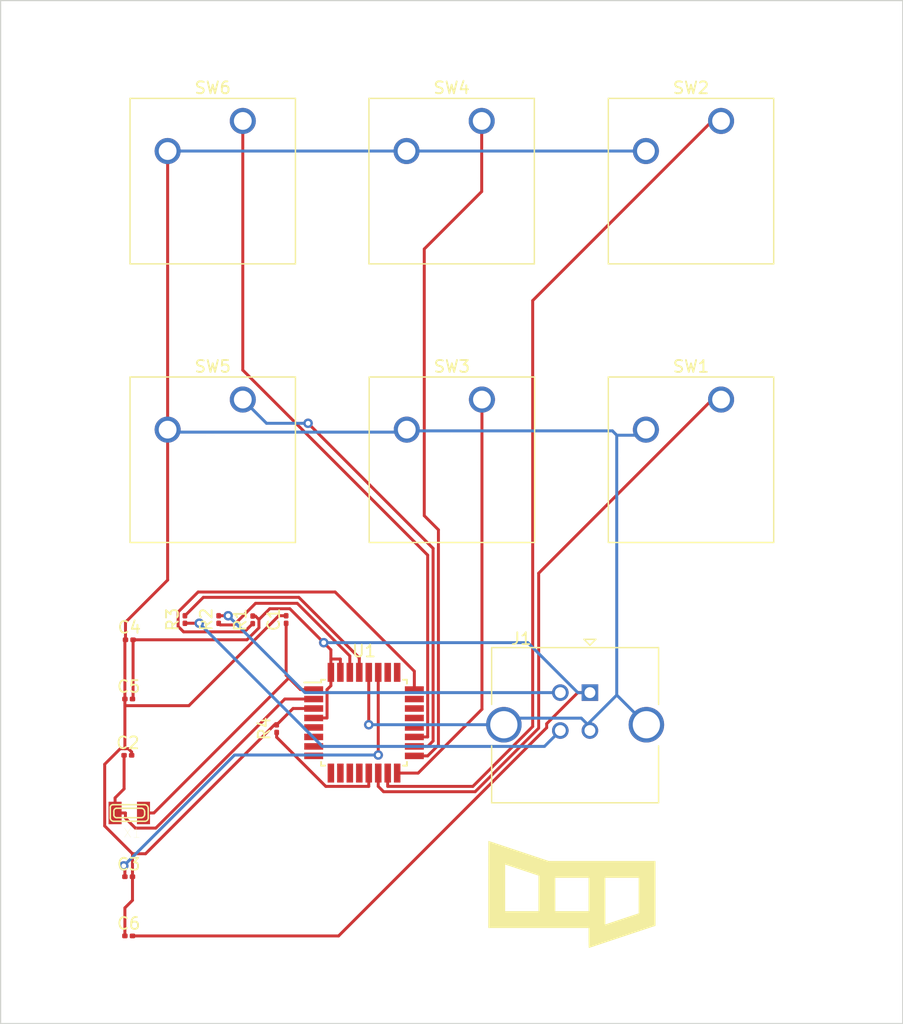
<source format=kicad_pcb>
(kicad_pcb (version 20171130) (host pcbnew 5.1.5+dfsg1-2build2)

  (general
    (thickness 1.6)
    (drawings 1)
    (tracks 166)
    (zones 0)
    (modules 20)
    (nets 32)
  )

  (page A4)
  (layers
    (0 F.Cu signal)
    (31 B.Cu signal)
    (32 B.Adhes user)
    (33 F.Adhes user)
    (34 B.Paste user)
    (35 F.Paste user)
    (36 B.SilkS user)
    (37 F.SilkS user)
    (38 B.Mask user)
    (39 F.Mask user)
    (40 Dwgs.User user)
    (41 Cmts.User user)
    (42 Eco1.User user)
    (43 Eco2.User user)
    (44 Edge.Cuts user)
    (45 Margin user)
    (46 B.CrtYd user)
    (47 F.CrtYd user)
    (48 B.Fab user)
    (49 F.Fab user)
  )

  (setup
    (last_trace_width 0.25)
    (trace_clearance 0.2)
    (zone_clearance 0.508)
    (zone_45_only no)
    (trace_min 0.2)
    (via_size 0.8)
    (via_drill 0.4)
    (via_min_size 0.4)
    (via_min_drill 0.3)
    (uvia_size 0.3)
    (uvia_drill 0.1)
    (uvias_allowed no)
    (uvia_min_size 0.2)
    (uvia_min_drill 0.1)
    (edge_width 0.05)
    (segment_width 0.2)
    (pcb_text_width 0.3)
    (pcb_text_size 1.5 1.5)
    (mod_edge_width 0.12)
    (mod_text_size 1 1)
    (mod_text_width 0.15)
    (pad_size 1.524 1.524)
    (pad_drill 0.762)
    (pad_to_mask_clearance 0.051)
    (solder_mask_min_width 0.25)
    (aux_axis_origin 0 0)
    (visible_elements FFFFFF7F)
    (pcbplotparams
      (layerselection 0x010fc_ffffffff)
      (usegerberextensions false)
      (usegerberattributes false)
      (usegerberadvancedattributes false)
      (creategerberjobfile false)
      (excludeedgelayer true)
      (linewidth 0.100000)
      (plotframeref false)
      (viasonmask false)
      (mode 1)
      (useauxorigin false)
      (hpglpennumber 1)
      (hpglpenspeed 20)
      (hpglpendiameter 15.000000)
      (psnegative false)
      (psa4output false)
      (plotreference true)
      (plotvalue true)
      (plotinvisibletext false)
      (padsonsilk false)
      (subtractmaskfromsilk false)
      (outputformat 1)
      (mirror false)
      (drillshape 1)
      (scaleselection 1)
      (outputdirectory ""))
  )

  (net 0 "")
  (net 1 "Net-(C1-Pad1)")
  (net 2 GND)
  (net 3 "Net-(C2-Pad1)")
  (net 4 "Net-(C3-Pad1)")
  (net 5 VCC)
  (net 6 "Net-(J1-Pad3)")
  (net 7 "Net-(J1-Pad2)")
  (net 8 "Net-(R1-Pad1)")
  (net 9 "Net-(R2-Pad1)")
  (net 10 "Net-(R3-Pad2)")
  (net 11 "Net-(R4-Pad1)")
  (net 12 "Net-(SW2-Pad1)")
  (net 13 "Net-(SW3-Pad1)")
  (net 14 "Net-(SW4-Pad1)")
  (net 15 "Net-(SW5-Pad1)")
  (net 16 "Net-(SW6-Pad1)")
  (net 17 "Net-(SW7-Pad1)")
  (net 18 "Net-(U1-Pad5)")
  (net 19 "Net-(U1-Pad6)")
  (net 20 "Net-(U1-Pad7)")
  (net 21 "Net-(U1-Pad8)")
  (net 22 "Net-(U1-Pad9)")
  (net 23 "Net-(U1-Pad10)")
  (net 24 "Net-(U1-Pad11)")
  (net 25 "Net-(U1-Pad12)")
  (net 26 "Net-(U1-Pad20)")
  (net 27 "Net-(U1-Pad21)")
  (net 28 "Net-(U1-Pad22)")
  (net 29 "Net-(U1-Pad23)")
  (net 30 "Net-(U1-Pad25)")
  (net 31 "Net-(U1-Pad26)")

  (net_class Default "This is the default net class."
    (clearance 0.2)
    (trace_width 0.25)
    (via_dia 0.8)
    (via_drill 0.4)
    (uvia_dia 0.3)
    (uvia_drill 0.1)
    (add_net GND)
    (add_net "Net-(C1-Pad1)")
    (add_net "Net-(C2-Pad1)")
    (add_net "Net-(C3-Pad1)")
    (add_net "Net-(J1-Pad2)")
    (add_net "Net-(J1-Pad3)")
    (add_net "Net-(R1-Pad1)")
    (add_net "Net-(R2-Pad1)")
    (add_net "Net-(R3-Pad2)")
    (add_net "Net-(R4-Pad1)")
    (add_net "Net-(SW2-Pad1)")
    (add_net "Net-(SW3-Pad1)")
    (add_net "Net-(SW4-Pad1)")
    (add_net "Net-(SW5-Pad1)")
    (add_net "Net-(SW6-Pad1)")
    (add_net "Net-(SW7-Pad1)")
    (add_net "Net-(U1-Pad10)")
    (add_net "Net-(U1-Pad11)")
    (add_net "Net-(U1-Pad12)")
    (add_net "Net-(U1-Pad20)")
    (add_net "Net-(U1-Pad21)")
    (add_net "Net-(U1-Pad22)")
    (add_net "Net-(U1-Pad23)")
    (add_net "Net-(U1-Pad25)")
    (add_net "Net-(U1-Pad26)")
    (add_net "Net-(U1-Pad5)")
    (add_net "Net-(U1-Pad6)")
    (add_net "Net-(U1-Pad7)")
    (add_net "Net-(U1-Pad8)")
    (add_net "Net-(U1-Pad9)")
    (add_net VCC)
  )

  (module logo:logo (layer F.Cu) (tedit 0) (tstamp 5EB9CFEA)
    (at 149.86 141.5)
    (fp_text reference G*** (at 0 0) (layer F.SilkS) hide
      (effects (font (size 1.524 1.524) (thickness 0.3)))
    )
    (fp_text value LOGO (at 0.75 0) (layer F.SilkS) hide
      (effects (font (size 1.524 1.524) (thickness 0.3)))
    )
    (fp_poly (pts (xy -7.021113 -4.506829) (xy -6.944052 -4.481469) (xy -6.820835 -4.440704) (xy -6.655157 -4.385761)
      (xy -6.450711 -4.317868) (xy -6.211191 -4.238253) (xy -5.940292 -4.148145) (xy -5.641707 -4.048771)
      (xy -5.31913 -3.94136) (xy -4.976255 -3.827139) (xy -4.616777 -3.707336) (xy -4.501444 -3.668889)
      (xy -1.961797 -2.822222) (xy 7.055556 -2.822222) (xy 7.055556 2.638993) (xy 4.268611 3.567293)
      (xy 3.886351 3.694631) (xy 3.51892 3.817053) (xy 3.169889 3.933366) (xy 2.842834 4.042379)
      (xy 2.541327 4.1429) (xy 2.268942 4.233737) (xy 2.029252 4.313698) (xy 1.82583 4.381592)
      (xy 1.662251 4.436226) (xy 1.542088 4.476408) (xy 1.468913 4.500947) (xy 1.446389 4.508594)
      (xy 1.435981 4.501122) (xy 1.4277 4.467001) (xy 1.421345 4.401435) (xy 1.416712 4.299624)
      (xy 1.413601 4.156772) (xy 1.411808 3.96808) (xy 1.41113 3.728751) (xy 1.411111 3.671908)
      (xy 1.411111 2.822222) (xy -7.055555 2.822222) (xy -7.055555 1.411111) (xy -5.644444 1.411111)
      (xy -2.822222 1.411111) (xy -2.822222 -1.411111) (xy -1.411111 -1.411111) (xy -1.411111 1.411111)
      (xy 1.411111 1.411111) (xy 1.411111 -1.411111) (xy 2.822222 -1.411111) (xy 2.822222 2.535228)
      (xy 4.233333 2.065067) (xy 5.644445 1.594907) (xy 5.644445 -1.411111) (xy 2.822222 -1.411111)
      (xy 1.411111 -1.411111) (xy -1.411111 -1.411111) (xy -2.822222 -1.411111) (xy -2.822222 -1.594906)
      (xy -5.644444 -2.535228) (xy -5.644444 1.411111) (xy -7.055555 1.411111) (xy -7.055555 -0.846667)
      (xy -7.055501 -1.296805) (xy -7.055342 -1.731085) (xy -7.055084 -2.146195) (xy -7.054735 -2.53882)
      (xy -7.054301 -2.905646) (xy -7.053788 -3.24336) (xy -7.053203 -3.548647) (xy -7.052553 -3.818193)
      (xy -7.051843 -4.048685) (xy -7.051081 -4.236809) (xy -7.050273 -4.379251) (xy -7.049426 -4.472697)
      (xy -7.048546 -4.513833) (xy -7.048324 -4.515555) (xy -7.021113 -4.506829)) (layer F.SilkS) (width 0.01))
  )

  (module Capacitor_SMD:C_0201_0603Metric (layer F.Cu) (tedit 5B301BBE) (tstamp 5EB9A9C0)
    (at 125.72 118.29 90)
    (descr "Capacitor SMD 0201 (0603 Metric), square (rectangular) end terminal, IPC_7351 nominal, (Body size source: https://www.vishay.com/docs/20052/crcw0201e3.pdf), generated with kicad-footprint-generator")
    (tags capacitor)
    (path /5EBA0247)
    (attr smd)
    (fp_text reference C1 (at 0 -1.05 90) (layer F.SilkS)
      (effects (font (size 1 1) (thickness 0.15)))
    )
    (fp_text value C (at 0 1.05 90) (layer F.Fab)
      (effects (font (size 1 1) (thickness 0.15)))
    )
    (fp_line (start -0.3 0.15) (end -0.3 -0.15) (layer F.Fab) (width 0.1))
    (fp_line (start -0.3 -0.15) (end 0.3 -0.15) (layer F.Fab) (width 0.1))
    (fp_line (start 0.3 -0.15) (end 0.3 0.15) (layer F.Fab) (width 0.1))
    (fp_line (start 0.3 0.15) (end -0.3 0.15) (layer F.Fab) (width 0.1))
    (fp_line (start -0.7 0.35) (end -0.7 -0.35) (layer F.CrtYd) (width 0.05))
    (fp_line (start -0.7 -0.35) (end 0.7 -0.35) (layer F.CrtYd) (width 0.05))
    (fp_line (start 0.7 -0.35) (end 0.7 0.35) (layer F.CrtYd) (width 0.05))
    (fp_line (start 0.7 0.35) (end -0.7 0.35) (layer F.CrtYd) (width 0.05))
    (fp_text user %R (at 0 -0.68 90) (layer F.Fab)
      (effects (font (size 0.25 0.25) (thickness 0.04)))
    )
    (pad "" smd roundrect (at -0.345 0 90) (size 0.318 0.36) (layers F.Paste) (roundrect_rratio 0.25))
    (pad "" smd roundrect (at 0.345 0 90) (size 0.318 0.36) (layers F.Paste) (roundrect_rratio 0.25))
    (pad 1 smd roundrect (at -0.32 0 90) (size 0.46 0.4) (layers F.Cu F.Mask) (roundrect_rratio 0.25)
      (net 1 "Net-(C1-Pad1)"))
    (pad 2 smd roundrect (at 0.32 0 90) (size 0.46 0.4) (layers F.Cu F.Mask) (roundrect_rratio 0.25)
      (net 2 GND))
    (model ${KISYS3DMOD}/Capacitor_SMD.3dshapes/C_0201_0603Metric.wrl
      (at (xyz 0 0 0))
      (scale (xyz 1 1 1))
      (rotate (xyz 0 0 0))
    )
  )

  (module Capacitor_SMD:C_0201_0603Metric (layer F.Cu) (tedit 5B301BBE) (tstamp 5EB9AB52)
    (at 112.35 129.75)
    (descr "Capacitor SMD 0201 (0603 Metric), square (rectangular) end terminal, IPC_7351 nominal, (Body size source: https://www.vishay.com/docs/20052/crcw0201e3.pdf), generated with kicad-footprint-generator")
    (tags capacitor)
    (path /5EBA8BF4)
    (attr smd)
    (fp_text reference C2 (at 0 -1.05) (layer F.SilkS)
      (effects (font (size 1 1) (thickness 0.15)))
    )
    (fp_text value C (at 0 1.05) (layer F.Fab)
      (effects (font (size 1 1) (thickness 0.15)))
    )
    (fp_text user %R (at 0 -0.68) (layer F.Fab)
      (effects (font (size 0.25 0.25) (thickness 0.04)))
    )
    (fp_line (start 0.7 0.35) (end -0.7 0.35) (layer F.CrtYd) (width 0.05))
    (fp_line (start 0.7 -0.35) (end 0.7 0.35) (layer F.CrtYd) (width 0.05))
    (fp_line (start -0.7 -0.35) (end 0.7 -0.35) (layer F.CrtYd) (width 0.05))
    (fp_line (start -0.7 0.35) (end -0.7 -0.35) (layer F.CrtYd) (width 0.05))
    (fp_line (start 0.3 0.15) (end -0.3 0.15) (layer F.Fab) (width 0.1))
    (fp_line (start 0.3 -0.15) (end 0.3 0.15) (layer F.Fab) (width 0.1))
    (fp_line (start -0.3 -0.15) (end 0.3 -0.15) (layer F.Fab) (width 0.1))
    (fp_line (start -0.3 0.15) (end -0.3 -0.15) (layer F.Fab) (width 0.1))
    (pad 2 smd roundrect (at 0.32 0) (size 0.46 0.4) (layers F.Cu F.Mask) (roundrect_rratio 0.25)
      (net 2 GND))
    (pad 1 smd roundrect (at -0.32 0) (size 0.46 0.4) (layers F.Cu F.Mask) (roundrect_rratio 0.25)
      (net 3 "Net-(C2-Pad1)"))
    (pad "" smd roundrect (at 0.345 0) (size 0.318 0.36) (layers F.Paste) (roundrect_rratio 0.25))
    (pad "" smd roundrect (at -0.345 0) (size 0.318 0.36) (layers F.Paste) (roundrect_rratio 0.25))
    (model ${KISYS3DMOD}/Capacitor_SMD.3dshapes/C_0201_0603Metric.wrl
      (at (xyz 0 0 0))
      (scale (xyz 1 1 1))
      (rotate (xyz 0 0 0))
    )
  )

  (module Capacitor_SMD:C_0201_0603Metric (layer F.Cu) (tedit 5B301BBE) (tstamp 5EB9AC73)
    (at 112.42 140)
    (descr "Capacitor SMD 0201 (0603 Metric), square (rectangular) end terminal, IPC_7351 nominal, (Body size source: https://www.vishay.com/docs/20052/crcw0201e3.pdf), generated with kicad-footprint-generator")
    (tags capacitor)
    (path /5EBEE404)
    (attr smd)
    (fp_text reference C3 (at 0 -1.05) (layer F.SilkS)
      (effects (font (size 1 1) (thickness 0.15)))
    )
    (fp_text value C (at 0 1.05) (layer F.Fab)
      (effects (font (size 1 1) (thickness 0.15)))
    )
    (fp_line (start -0.3 0.15) (end -0.3 -0.15) (layer F.Fab) (width 0.1))
    (fp_line (start -0.3 -0.15) (end 0.3 -0.15) (layer F.Fab) (width 0.1))
    (fp_line (start 0.3 -0.15) (end 0.3 0.15) (layer F.Fab) (width 0.1))
    (fp_line (start 0.3 0.15) (end -0.3 0.15) (layer F.Fab) (width 0.1))
    (fp_line (start -0.7 0.35) (end -0.7 -0.35) (layer F.CrtYd) (width 0.05))
    (fp_line (start -0.7 -0.35) (end 0.7 -0.35) (layer F.CrtYd) (width 0.05))
    (fp_line (start 0.7 -0.35) (end 0.7 0.35) (layer F.CrtYd) (width 0.05))
    (fp_line (start 0.7 0.35) (end -0.7 0.35) (layer F.CrtYd) (width 0.05))
    (fp_text user %R (at 0 -0.68) (layer F.Fab)
      (effects (font (size 0.25 0.25) (thickness 0.04)))
    )
    (pad "" smd roundrect (at -0.345 0) (size 0.318 0.36) (layers F.Paste) (roundrect_rratio 0.25))
    (pad "" smd roundrect (at 0.345 0) (size 0.318 0.36) (layers F.Paste) (roundrect_rratio 0.25))
    (pad 1 smd roundrect (at -0.32 0) (size 0.46 0.4) (layers F.Cu F.Mask) (roundrect_rratio 0.25)
      (net 4 "Net-(C3-Pad1)"))
    (pad 2 smd roundrect (at 0.32 0) (size 0.46 0.4) (layers F.Cu F.Mask) (roundrect_rratio 0.25)
      (net 2 GND))
    (model ${KISYS3DMOD}/Capacitor_SMD.3dshapes/C_0201_0603Metric.wrl
      (at (xyz 0 0 0))
      (scale (xyz 1 1 1))
      (rotate (xyz 0 0 0))
    )
  )

  (module Capacitor_SMD:C_0201_0603Metric (layer F.Cu) (tedit 5B301BBE) (tstamp 5EB9A897)
    (at 112.47 120)
    (descr "Capacitor SMD 0201 (0603 Metric), square (rectangular) end terminal, IPC_7351 nominal, (Body size source: https://www.vishay.com/docs/20052/crcw0201e3.pdf), generated with kicad-footprint-generator")
    (tags capacitor)
    (path /5EBFD6C2)
    (attr smd)
    (fp_text reference C4 (at 0 -1.05) (layer F.SilkS)
      (effects (font (size 1 1) (thickness 0.15)))
    )
    (fp_text value C (at 0 1.05) (layer F.Fab)
      (effects (font (size 1 1) (thickness 0.15)))
    )
    (fp_text user %R (at 0 -0.68) (layer F.Fab)
      (effects (font (size 0.25 0.25) (thickness 0.04)))
    )
    (fp_line (start 0.7 0.35) (end -0.7 0.35) (layer F.CrtYd) (width 0.05))
    (fp_line (start 0.7 -0.35) (end 0.7 0.35) (layer F.CrtYd) (width 0.05))
    (fp_line (start -0.7 -0.35) (end 0.7 -0.35) (layer F.CrtYd) (width 0.05))
    (fp_line (start -0.7 0.35) (end -0.7 -0.35) (layer F.CrtYd) (width 0.05))
    (fp_line (start 0.3 0.15) (end -0.3 0.15) (layer F.Fab) (width 0.1))
    (fp_line (start 0.3 -0.15) (end 0.3 0.15) (layer F.Fab) (width 0.1))
    (fp_line (start -0.3 -0.15) (end 0.3 -0.15) (layer F.Fab) (width 0.1))
    (fp_line (start -0.3 0.15) (end -0.3 -0.15) (layer F.Fab) (width 0.1))
    (pad 2 smd roundrect (at 0.32 0) (size 0.46 0.4) (layers F.Cu F.Mask) (roundrect_rratio 0.25)
      (net 5 VCC))
    (pad 1 smd roundrect (at -0.32 0) (size 0.46 0.4) (layers F.Cu F.Mask) (roundrect_rratio 0.25)
      (net 2 GND))
    (pad "" smd roundrect (at 0.345 0) (size 0.318 0.36) (layers F.Paste) (roundrect_rratio 0.25))
    (pad "" smd roundrect (at -0.345 0) (size 0.318 0.36) (layers F.Paste) (roundrect_rratio 0.25))
    (model ${KISYS3DMOD}/Capacitor_SMD.3dshapes/C_0201_0603Metric.wrl
      (at (xyz 0 0 0))
      (scale (xyz 1 1 1))
      (rotate (xyz 0 0 0))
    )
  )

  (module Capacitor_SMD:C_0201_0603Metric (layer F.Cu) (tedit 5B301BBE) (tstamp 5EB9AA20)
    (at 112.42 125)
    (descr "Capacitor SMD 0201 (0603 Metric), square (rectangular) end terminal, IPC_7351 nominal, (Body size source: https://www.vishay.com/docs/20052/crcw0201e3.pdf), generated with kicad-footprint-generator")
    (tags capacitor)
    (path /5EC005D9)
    (attr smd)
    (fp_text reference C5 (at 0 -1.05) (layer F.SilkS)
      (effects (font (size 1 1) (thickness 0.15)))
    )
    (fp_text value C (at 0 1.05) (layer F.Fab)
      (effects (font (size 1 1) (thickness 0.15)))
    )
    (fp_line (start -0.3 0.15) (end -0.3 -0.15) (layer F.Fab) (width 0.1))
    (fp_line (start -0.3 -0.15) (end 0.3 -0.15) (layer F.Fab) (width 0.1))
    (fp_line (start 0.3 -0.15) (end 0.3 0.15) (layer F.Fab) (width 0.1))
    (fp_line (start 0.3 0.15) (end -0.3 0.15) (layer F.Fab) (width 0.1))
    (fp_line (start -0.7 0.35) (end -0.7 -0.35) (layer F.CrtYd) (width 0.05))
    (fp_line (start -0.7 -0.35) (end 0.7 -0.35) (layer F.CrtYd) (width 0.05))
    (fp_line (start 0.7 -0.35) (end 0.7 0.35) (layer F.CrtYd) (width 0.05))
    (fp_line (start 0.7 0.35) (end -0.7 0.35) (layer F.CrtYd) (width 0.05))
    (fp_text user %R (at 0 -0.68) (layer F.Fab)
      (effects (font (size 0.25 0.25) (thickness 0.04)))
    )
    (pad "" smd roundrect (at -0.345 0) (size 0.318 0.36) (layers F.Paste) (roundrect_rratio 0.25))
    (pad "" smd roundrect (at 0.345 0) (size 0.318 0.36) (layers F.Paste) (roundrect_rratio 0.25))
    (pad 1 smd roundrect (at -0.32 0) (size 0.46 0.4) (layers F.Cu F.Mask) (roundrect_rratio 0.25)
      (net 2 GND))
    (pad 2 smd roundrect (at 0.32 0) (size 0.46 0.4) (layers F.Cu F.Mask) (roundrect_rratio 0.25)
      (net 5 VCC))
    (model ${KISYS3DMOD}/Capacitor_SMD.3dshapes/C_0201_0603Metric.wrl
      (at (xyz 0 0 0))
      (scale (xyz 1 1 1))
      (rotate (xyz 0 0 0))
    )
  )

  (module Capacitor_SMD:C_0201_0603Metric (layer F.Cu) (tedit 5B301BBE) (tstamp 5EB9A837)
    (at 112.42 145)
    (descr "Capacitor SMD 0201 (0603 Metric), square (rectangular) end terminal, IPC_7351 nominal, (Body size source: https://www.vishay.com/docs/20052/crcw0201e3.pdf), generated with kicad-footprint-generator")
    (tags capacitor)
    (path /5EC0071F)
    (attr smd)
    (fp_text reference C6 (at 0 -1.05) (layer F.SilkS)
      (effects (font (size 1 1) (thickness 0.15)))
    )
    (fp_text value C (at 0 1.05) (layer F.Fab)
      (effects (font (size 1 1) (thickness 0.15)))
    )
    (fp_text user %R (at 0 -0.68) (layer F.Fab)
      (effects (font (size 0.25 0.25) (thickness 0.04)))
    )
    (fp_line (start 0.7 0.35) (end -0.7 0.35) (layer F.CrtYd) (width 0.05))
    (fp_line (start 0.7 -0.35) (end 0.7 0.35) (layer F.CrtYd) (width 0.05))
    (fp_line (start -0.7 -0.35) (end 0.7 -0.35) (layer F.CrtYd) (width 0.05))
    (fp_line (start -0.7 0.35) (end -0.7 -0.35) (layer F.CrtYd) (width 0.05))
    (fp_line (start 0.3 0.15) (end -0.3 0.15) (layer F.Fab) (width 0.1))
    (fp_line (start 0.3 -0.15) (end 0.3 0.15) (layer F.Fab) (width 0.1))
    (fp_line (start -0.3 -0.15) (end 0.3 -0.15) (layer F.Fab) (width 0.1))
    (fp_line (start -0.3 0.15) (end -0.3 -0.15) (layer F.Fab) (width 0.1))
    (pad 2 smd roundrect (at 0.32 0) (size 0.46 0.4) (layers F.Cu F.Mask) (roundrect_rratio 0.25)
      (net 5 VCC))
    (pad 1 smd roundrect (at -0.32 0) (size 0.46 0.4) (layers F.Cu F.Mask) (roundrect_rratio 0.25)
      (net 2 GND))
    (pad "" smd roundrect (at 0.345 0) (size 0.318 0.36) (layers F.Paste) (roundrect_rratio 0.25))
    (pad "" smd roundrect (at -0.345 0) (size 0.318 0.36) (layers F.Paste) (roundrect_rratio 0.25))
    (model ${KISYS3DMOD}/Capacitor_SMD.3dshapes/C_0201_0603Metric.wrl
      (at (xyz 0 0 0))
      (scale (xyz 1 1 1))
      (rotate (xyz 0 0 0))
    )
  )

  (module Connector_USB:USB_B_TE_5787834_Vertical (layer F.Cu) (tedit 5A23F084) (tstamp 5EB9D653)
    (at 151.38 124.46)
    (descr http://www.mouser.com/ds/2/418/NG_CD_5787834_A4-669110.pdf)
    (tags "USB_B USB B vertical female connector")
    (path /5EB83798)
    (fp_text reference J1 (at -5.8 -4.55) (layer F.SilkS)
      (effects (font (size 1 1) (thickness 0.15)))
    )
    (fp_text value USB_B (at -1.25 10.25) (layer F.Fab)
      (effects (font (size 1 1) (thickness 0.15)))
    )
    (fp_text user %R (at -1.2 6.4) (layer F.Fab)
      (effects (font (size 1 1) (thickness 0.15)))
    )
    (fp_line (start -8.3 1) (end -8.3 -3.8) (layer F.SilkS) (width 0.12))
    (fp_line (start -8.3 9.3) (end -8.3 4.5) (layer F.SilkS) (width 0.12))
    (fp_line (start 5.8 9.3) (end -8.3 9.3) (layer F.SilkS) (width 0.12))
    (fp_line (start 5.8 4.5) (end 5.8 9.3) (layer F.SilkS) (width 0.12))
    (fp_line (start 5.8 -3.8) (end 5.8 1) (layer F.SilkS) (width 0.12))
    (fp_line (start -8.3 -3.8) (end 5.8 -3.8) (layer F.SilkS) (width 0.12))
    (fp_line (start -0.5 -4.5) (end 0 -4) (layer F.SilkS) (width 0.12))
    (fp_line (start 0.5 -4.5) (end -0.5 -4.5) (layer F.SilkS) (width 0.12))
    (fp_line (start 0 -4) (end 0.5 -4.5) (layer F.SilkS) (width 0.12))
    (fp_line (start 5 -3.75) (end 5.75 -3) (layer F.Fab) (width 0.1))
    (fp_line (start -8.25 -3.75) (end 5 -3.75) (layer F.Fab) (width 0.1))
    (fp_line (start 5.75 -3) (end 5.75 9.25) (layer F.Fab) (width 0.1))
    (fp_line (start 5.75 9.25) (end -8.25 9.25) (layer F.Fab) (width 0.1))
    (fp_line (start -8.25 9.25) (end -8.25 -3.75) (layer F.Fab) (width 0.1))
    (fp_line (start -9 -4) (end 6.5 -4) (layer F.CrtYd) (width 0.05))
    (fp_line (start -9 -4) (end -9 9.5) (layer F.CrtYd) (width 0.05))
    (fp_line (start 6.5 9.5) (end 6.5 -4) (layer F.CrtYd) (width 0.05))
    (fp_line (start 6.5 9.5) (end -9 9.5) (layer F.CrtYd) (width 0.05))
    (pad 5 thru_hole circle (at 4.77 2.71) (size 3 3) (drill 2.3) (layers *.Cu *.Mask)
      (net 2 GND))
    (pad 4 thru_hole circle (at 0 3.2) (size 1.4 1.4) (drill 0.92) (layers *.Cu *.Mask)
      (net 2 GND))
    (pad 3 thru_hole circle (at -2.5 3.2) (size 1.4 1.4) (drill 0.92) (layers *.Cu *.Mask)
      (net 6 "Net-(J1-Pad3)"))
    (pad 1 thru_hole rect (at 0 0) (size 1.4 1.4) (drill 0.92) (layers *.Cu *.Mask)
      (net 5 VCC))
    (pad 5 thru_hole circle (at -7.27 2.71) (size 3 3) (drill 2.3) (layers *.Cu *.Mask)
      (net 2 GND))
    (pad 2 thru_hole circle (at -2.5 0) (size 1.4 1.4) (drill 0.92) (layers *.Cu *.Mask)
      (net 7 "Net-(J1-Pad2)"))
    (model ${KISYS3DMOD}/Connector_USB.3dshapes/USB_B_TE_5787834_Vertical.wrl
      (at (xyz 0 0 0))
      (scale (xyz 1 1 1))
      (rotate (xyz 0 0 0))
    )
  )

  (module Resistor_SMD:R_0201_0603Metric (layer F.Cu) (tedit 5B301BBD) (tstamp 5EB98F70)
    (at 122.895 118.315 90)
    (descr "Resistor SMD 0201 (0603 Metric), square (rectangular) end terminal, IPC_7351 nominal, (Body size source: https://www.vishay.com/docs/20052/crcw0201e3.pdf), generated with kicad-footprint-generator")
    (tags resistor)
    (path /5EBDAFCC)
    (attr smd)
    (fp_text reference R1 (at 0 -1.05 90) (layer F.SilkS)
      (effects (font (size 1 1) (thickness 0.15)))
    )
    (fp_text value R (at 0 1.05 90) (layer F.Fab)
      (effects (font (size 1 1) (thickness 0.15)))
    )
    (fp_text user %R (at 0 -0.68 90) (layer F.Fab)
      (effects (font (size 0.25 0.25) (thickness 0.04)))
    )
    (fp_line (start 0.7 0.35) (end -0.7 0.35) (layer F.CrtYd) (width 0.05))
    (fp_line (start 0.7 -0.35) (end 0.7 0.35) (layer F.CrtYd) (width 0.05))
    (fp_line (start -0.7 -0.35) (end 0.7 -0.35) (layer F.CrtYd) (width 0.05))
    (fp_line (start -0.7 0.35) (end -0.7 -0.35) (layer F.CrtYd) (width 0.05))
    (fp_line (start 0.3 0.15) (end -0.3 0.15) (layer F.Fab) (width 0.1))
    (fp_line (start 0.3 -0.15) (end 0.3 0.15) (layer F.Fab) (width 0.1))
    (fp_line (start -0.3 -0.15) (end 0.3 -0.15) (layer F.Fab) (width 0.1))
    (fp_line (start -0.3 0.15) (end -0.3 -0.15) (layer F.Fab) (width 0.1))
    (pad 2 smd roundrect (at 0.32 0 90) (size 0.46 0.4) (layers F.Cu F.Mask) (roundrect_rratio 0.25)
      (net 5 VCC))
    (pad 1 smd roundrect (at -0.32 0 90) (size 0.46 0.4) (layers F.Cu F.Mask) (roundrect_rratio 0.25)
      (net 8 "Net-(R1-Pad1)"))
    (pad "" smd roundrect (at 0.345 0 90) (size 0.318 0.36) (layers F.Paste) (roundrect_rratio 0.25))
    (pad "" smd roundrect (at -0.345 0 90) (size 0.318 0.36) (layers F.Paste) (roundrect_rratio 0.25))
    (model ${KISYS3DMOD}/Resistor_SMD.3dshapes/R_0201_0603Metric.wrl
      (at (xyz 0 0 0))
      (scale (xyz 1 1 1))
      (rotate (xyz 0 0 0))
    )
  )

  (module Resistor_SMD:R_0201_0603Metric (layer F.Cu) (tedit 5B301BBD) (tstamp 5EB9A0D7)
    (at 120.02 118.29 90)
    (descr "Resistor SMD 0201 (0603 Metric), square (rectangular) end terminal, IPC_7351 nominal, (Body size source: https://www.vishay.com/docs/20052/crcw0201e3.pdf), generated with kicad-footprint-generator")
    (tags resistor)
    (path /5EBCD1A8)
    (attr smd)
    (fp_text reference R2 (at 0 -1.05 90) (layer F.SilkS)
      (effects (font (size 1 1) (thickness 0.15)))
    )
    (fp_text value R (at 0 1.05 90) (layer F.Fab)
      (effects (font (size 1 1) (thickness 0.15)))
    )
    (fp_line (start -0.3 0.15) (end -0.3 -0.15) (layer F.Fab) (width 0.1))
    (fp_line (start -0.3 -0.15) (end 0.3 -0.15) (layer F.Fab) (width 0.1))
    (fp_line (start 0.3 -0.15) (end 0.3 0.15) (layer F.Fab) (width 0.1))
    (fp_line (start 0.3 0.15) (end -0.3 0.15) (layer F.Fab) (width 0.1))
    (fp_line (start -0.7 0.35) (end -0.7 -0.35) (layer F.CrtYd) (width 0.05))
    (fp_line (start -0.7 -0.35) (end 0.7 -0.35) (layer F.CrtYd) (width 0.05))
    (fp_line (start 0.7 -0.35) (end 0.7 0.35) (layer F.CrtYd) (width 0.05))
    (fp_line (start 0.7 0.35) (end -0.7 0.35) (layer F.CrtYd) (width 0.05))
    (fp_text user %R (at 0 -0.68 90) (layer F.Fab)
      (effects (font (size 0.25 0.25) (thickness 0.04)))
    )
    (pad "" smd roundrect (at -0.345 0 90) (size 0.318 0.36) (layers F.Paste) (roundrect_rratio 0.25))
    (pad "" smd roundrect (at 0.345 0 90) (size 0.318 0.36) (layers F.Paste) (roundrect_rratio 0.25))
    (pad 1 smd roundrect (at -0.32 0 90) (size 0.46 0.4) (layers F.Cu F.Mask) (roundrect_rratio 0.25)
      (net 9 "Net-(R2-Pad1)"))
    (pad 2 smd roundrect (at 0.32 0 90) (size 0.46 0.4) (layers F.Cu F.Mask) (roundrect_rratio 0.25)
      (net 7 "Net-(J1-Pad2)"))
    (model ${KISYS3DMOD}/Resistor_SMD.3dshapes/R_0201_0603Metric.wrl
      (at (xyz 0 0 0))
      (scale (xyz 1 1 1))
      (rotate (xyz 0 0 0))
    )
  )

  (module Resistor_SMD:R_0201_0603Metric (layer F.Cu) (tedit 5B301BBD) (tstamp 5EB99E3E)
    (at 117.17 118.29 90)
    (descr "Resistor SMD 0201 (0603 Metric), square (rectangular) end terminal, IPC_7351 nominal, (Body size source: https://www.vishay.com/docs/20052/crcw0201e3.pdf), generated with kicad-footprint-generator")
    (tags resistor)
    (path /5EBC9B8C)
    (attr smd)
    (fp_text reference R3 (at 0 -1.05 90) (layer F.SilkS)
      (effects (font (size 1 1) (thickness 0.15)))
    )
    (fp_text value R (at 0 1.05 90) (layer F.Fab)
      (effects (font (size 1 1) (thickness 0.15)))
    )
    (fp_text user %R (at 0 -0.68 90) (layer F.Fab)
      (effects (font (size 0.25 0.25) (thickness 0.04)))
    )
    (fp_line (start 0.7 0.35) (end -0.7 0.35) (layer F.CrtYd) (width 0.05))
    (fp_line (start 0.7 -0.35) (end 0.7 0.35) (layer F.CrtYd) (width 0.05))
    (fp_line (start -0.7 -0.35) (end 0.7 -0.35) (layer F.CrtYd) (width 0.05))
    (fp_line (start -0.7 0.35) (end -0.7 -0.35) (layer F.CrtYd) (width 0.05))
    (fp_line (start 0.3 0.15) (end -0.3 0.15) (layer F.Fab) (width 0.1))
    (fp_line (start 0.3 -0.15) (end 0.3 0.15) (layer F.Fab) (width 0.1))
    (fp_line (start -0.3 -0.15) (end 0.3 -0.15) (layer F.Fab) (width 0.1))
    (fp_line (start -0.3 0.15) (end -0.3 -0.15) (layer F.Fab) (width 0.1))
    (pad 2 smd roundrect (at 0.32 0 90) (size 0.46 0.4) (layers F.Cu F.Mask) (roundrect_rratio 0.25)
      (net 10 "Net-(R3-Pad2)"))
    (pad 1 smd roundrect (at -0.32 0 90) (size 0.46 0.4) (layers F.Cu F.Mask) (roundrect_rratio 0.25)
      (net 6 "Net-(J1-Pad3)"))
    (pad "" smd roundrect (at 0.345 0 90) (size 0.318 0.36) (layers F.Paste) (roundrect_rratio 0.25))
    (pad "" smd roundrect (at -0.345 0 90) (size 0.318 0.36) (layers F.Paste) (roundrect_rratio 0.25))
    (model ${KISYS3DMOD}/Resistor_SMD.3dshapes/R_0201_0603Metric.wrl
      (at (xyz 0 0 0))
      (scale (xyz 1 1 1))
      (rotate (xyz 0 0 0))
    )
  )

  (module Resistor_SMD:R_0201_0603Metric (layer F.Cu) (tedit 5B301BBD) (tstamp 5EB9A768)
    (at 124.92 127.5 90)
    (descr "Resistor SMD 0201 (0603 Metric), square (rectangular) end terminal, IPC_7351 nominal, (Body size source: https://www.vishay.com/docs/20052/crcw0201e3.pdf), generated with kicad-footprint-generator")
    (tags resistor)
    (path /5EC0FD91)
    (attr smd)
    (fp_text reference R4 (at 0 -1.05 90) (layer F.SilkS)
      (effects (font (size 1 1) (thickness 0.15)))
    )
    (fp_text value R (at 0 1.05 90) (layer F.Fab)
      (effects (font (size 1 1) (thickness 0.15)))
    )
    (fp_line (start -0.3 0.15) (end -0.3 -0.15) (layer F.Fab) (width 0.1))
    (fp_line (start -0.3 -0.15) (end 0.3 -0.15) (layer F.Fab) (width 0.1))
    (fp_line (start 0.3 -0.15) (end 0.3 0.15) (layer F.Fab) (width 0.1))
    (fp_line (start 0.3 0.15) (end -0.3 0.15) (layer F.Fab) (width 0.1))
    (fp_line (start -0.7 0.35) (end -0.7 -0.35) (layer F.CrtYd) (width 0.05))
    (fp_line (start -0.7 -0.35) (end 0.7 -0.35) (layer F.CrtYd) (width 0.05))
    (fp_line (start 0.7 -0.35) (end 0.7 0.35) (layer F.CrtYd) (width 0.05))
    (fp_line (start 0.7 0.35) (end -0.7 0.35) (layer F.CrtYd) (width 0.05))
    (fp_text user %R (at 0 -0.68 90) (layer F.Fab)
      (effects (font (size 0.25 0.25) (thickness 0.04)))
    )
    (pad "" smd roundrect (at -0.345 0 90) (size 0.318 0.36) (layers F.Paste) (roundrect_rratio 0.25))
    (pad "" smd roundrect (at 0.345 0 90) (size 0.318 0.36) (layers F.Paste) (roundrect_rratio 0.25))
    (pad 1 smd roundrect (at -0.32 0 90) (size 0.46 0.4) (layers F.Cu F.Mask) (roundrect_rratio 0.25)
      (net 11 "Net-(R4-Pad1)"))
    (pad 2 smd roundrect (at 0.32 0 90) (size 0.46 0.4) (layers F.Cu F.Mask) (roundrect_rratio 0.25)
      (net 2 GND))
    (model ${KISYS3DMOD}/Resistor_SMD.3dshapes/R_0201_0603Metric.wrl
      (at (xyz 0 0 0))
      (scale (xyz 1 1 1))
      (rotate (xyz 0 0 0))
    )
  )

  (module Button_Switch_Keyboard:SW_Cherry_MX_1.00u_PCB (layer F.Cu) (tedit 5A02FE24) (tstamp 5EB98FD7)
    (at 162.46 99.72)
    (descr "Cherry MX keyswitch, 1.00u, PCB mount, http://cherryamericas.com/wp-content/uploads/2014/12/mx_cat.pdf")
    (tags "Cherry MX keyswitch 1.00u PCB")
    (path /5EB85ED2)
    (fp_text reference SW1 (at -2.54 -2.794) (layer F.SilkS)
      (effects (font (size 1 1) (thickness 0.15)))
    )
    (fp_text value SW_SPST (at -2.54 12.954) (layer F.Fab)
      (effects (font (size 1 1) (thickness 0.15)))
    )
    (fp_line (start -9.525 12.065) (end -9.525 -1.905) (layer F.SilkS) (width 0.12))
    (fp_line (start 4.445 12.065) (end -9.525 12.065) (layer F.SilkS) (width 0.12))
    (fp_line (start 4.445 -1.905) (end 4.445 12.065) (layer F.SilkS) (width 0.12))
    (fp_line (start -9.525 -1.905) (end 4.445 -1.905) (layer F.SilkS) (width 0.12))
    (fp_line (start -12.065 14.605) (end -12.065 -4.445) (layer Dwgs.User) (width 0.15))
    (fp_line (start 6.985 14.605) (end -12.065 14.605) (layer Dwgs.User) (width 0.15))
    (fp_line (start 6.985 -4.445) (end 6.985 14.605) (layer Dwgs.User) (width 0.15))
    (fp_line (start -12.065 -4.445) (end 6.985 -4.445) (layer Dwgs.User) (width 0.15))
    (fp_line (start -9.14 -1.52) (end 4.06 -1.52) (layer F.CrtYd) (width 0.05))
    (fp_line (start 4.06 -1.52) (end 4.06 11.68) (layer F.CrtYd) (width 0.05))
    (fp_line (start 4.06 11.68) (end -9.14 11.68) (layer F.CrtYd) (width 0.05))
    (fp_line (start -9.14 11.68) (end -9.14 -1.52) (layer F.CrtYd) (width 0.05))
    (fp_line (start -8.89 11.43) (end -8.89 -1.27) (layer F.Fab) (width 0.1))
    (fp_line (start 3.81 11.43) (end -8.89 11.43) (layer F.Fab) (width 0.1))
    (fp_line (start 3.81 -1.27) (end 3.81 11.43) (layer F.Fab) (width 0.1))
    (fp_line (start -8.89 -1.27) (end 3.81 -1.27) (layer F.Fab) (width 0.1))
    (fp_text user %R (at -2.54 -2.794) (layer F.Fab)
      (effects (font (size 1 1) (thickness 0.15)))
    )
    (pad "" np_thru_hole circle (at 2.54 5.08) (size 1.7 1.7) (drill 1.7) (layers *.Cu *.Mask))
    (pad "" np_thru_hole circle (at -7.62 5.08) (size 1.7 1.7) (drill 1.7) (layers *.Cu *.Mask))
    (pad "" np_thru_hole circle (at -2.54 5.08) (size 4 4) (drill 4) (layers *.Cu *.Mask))
    (pad 2 thru_hole circle (at -6.35 2.54) (size 2.2 2.2) (drill 1.5) (layers *.Cu *.Mask)
      (net 2 GND))
    (pad 1 thru_hole circle (at 0 0) (size 2.2 2.2) (drill 1.5) (layers *.Cu *.Mask)
      (net 12 "Net-(SW2-Pad1)"))
    (model ${KISYS3DMOD}/Button_Switch_Keyboard.3dshapes/SW_Cherry_MX_1.00u_PCB.wrl
      (at (xyz 0 0 0))
      (scale (xyz 1 1 1))
      (rotate (xyz 0 0 0))
    )
  )

  (module Button_Switch_Keyboard:SW_Cherry_MX_1.00u_PCB (layer F.Cu) (tedit 5A02FE24) (tstamp 5EB98FF1)
    (at 162.46 76.2)
    (descr "Cherry MX keyswitch, 1.00u, PCB mount, http://cherryamericas.com/wp-content/uploads/2014/12/mx_cat.pdf")
    (tags "Cherry MX keyswitch 1.00u PCB")
    (path /5EB88D8F)
    (fp_text reference SW2 (at -2.54 -2.794) (layer F.SilkS)
      (effects (font (size 1 1) (thickness 0.15)))
    )
    (fp_text value SW_SPST (at -2.54 12.954) (layer F.Fab)
      (effects (font (size 1 1) (thickness 0.15)))
    )
    (fp_text user %R (at -2.54 -2.794) (layer F.Fab)
      (effects (font (size 1 1) (thickness 0.15)))
    )
    (fp_line (start -8.89 -1.27) (end 3.81 -1.27) (layer F.Fab) (width 0.1))
    (fp_line (start 3.81 -1.27) (end 3.81 11.43) (layer F.Fab) (width 0.1))
    (fp_line (start 3.81 11.43) (end -8.89 11.43) (layer F.Fab) (width 0.1))
    (fp_line (start -8.89 11.43) (end -8.89 -1.27) (layer F.Fab) (width 0.1))
    (fp_line (start -9.14 11.68) (end -9.14 -1.52) (layer F.CrtYd) (width 0.05))
    (fp_line (start 4.06 11.68) (end -9.14 11.68) (layer F.CrtYd) (width 0.05))
    (fp_line (start 4.06 -1.52) (end 4.06 11.68) (layer F.CrtYd) (width 0.05))
    (fp_line (start -9.14 -1.52) (end 4.06 -1.52) (layer F.CrtYd) (width 0.05))
    (fp_line (start -12.065 -4.445) (end 6.985 -4.445) (layer Dwgs.User) (width 0.15))
    (fp_line (start 6.985 -4.445) (end 6.985 14.605) (layer Dwgs.User) (width 0.15))
    (fp_line (start 6.985 14.605) (end -12.065 14.605) (layer Dwgs.User) (width 0.15))
    (fp_line (start -12.065 14.605) (end -12.065 -4.445) (layer Dwgs.User) (width 0.15))
    (fp_line (start -9.525 -1.905) (end 4.445 -1.905) (layer F.SilkS) (width 0.12))
    (fp_line (start 4.445 -1.905) (end 4.445 12.065) (layer F.SilkS) (width 0.12))
    (fp_line (start 4.445 12.065) (end -9.525 12.065) (layer F.SilkS) (width 0.12))
    (fp_line (start -9.525 12.065) (end -9.525 -1.905) (layer F.SilkS) (width 0.12))
    (pad 1 thru_hole circle (at 0 0) (size 2.2 2.2) (drill 1.5) (layers *.Cu *.Mask)
      (net 13 "Net-(SW3-Pad1)"))
    (pad 2 thru_hole circle (at -6.35 2.54) (size 2.2 2.2) (drill 1.5) (layers *.Cu *.Mask)
      (net 2 GND))
    (pad "" np_thru_hole circle (at -2.54 5.08) (size 4 4) (drill 4) (layers *.Cu *.Mask))
    (pad "" np_thru_hole circle (at -7.62 5.08) (size 1.7 1.7) (drill 1.7) (layers *.Cu *.Mask))
    (pad "" np_thru_hole circle (at 2.54 5.08) (size 1.7 1.7) (drill 1.7) (layers *.Cu *.Mask))
    (model ${KISYS3DMOD}/Button_Switch_Keyboard.3dshapes/SW_Cherry_MX_1.00u_PCB.wrl
      (at (xyz 0 0 0))
      (scale (xyz 1 1 1))
      (rotate (xyz 0 0 0))
    )
  )

  (module Button_Switch_Keyboard:SW_Cherry_MX_1.00u_PCB (layer F.Cu) (tedit 5A02FE24) (tstamp 5EB9A97E)
    (at 142.26 99.72)
    (descr "Cherry MX keyswitch, 1.00u, PCB mount, http://cherryamericas.com/wp-content/uploads/2014/12/mx_cat.pdf")
    (tags "Cherry MX keyswitch 1.00u PCB")
    (path /5EB88E5F)
    (fp_text reference SW3 (at -2.54 -2.794) (layer F.SilkS)
      (effects (font (size 1 1) (thickness 0.15)))
    )
    (fp_text value SW_SPST (at -2.54 12.954) (layer F.Fab)
      (effects (font (size 1 1) (thickness 0.15)))
    )
    (fp_line (start -9.525 12.065) (end -9.525 -1.905) (layer F.SilkS) (width 0.12))
    (fp_line (start 4.445 12.065) (end -9.525 12.065) (layer F.SilkS) (width 0.12))
    (fp_line (start 4.445 -1.905) (end 4.445 12.065) (layer F.SilkS) (width 0.12))
    (fp_line (start -9.525 -1.905) (end 4.445 -1.905) (layer F.SilkS) (width 0.12))
    (fp_line (start -12.065 14.605) (end -12.065 -4.445) (layer Dwgs.User) (width 0.15))
    (fp_line (start 6.985 14.605) (end -12.065 14.605) (layer Dwgs.User) (width 0.15))
    (fp_line (start 6.985 -4.445) (end 6.985 14.605) (layer Dwgs.User) (width 0.15))
    (fp_line (start -12.065 -4.445) (end 6.985 -4.445) (layer Dwgs.User) (width 0.15))
    (fp_line (start -9.14 -1.52) (end 4.06 -1.52) (layer F.CrtYd) (width 0.05))
    (fp_line (start 4.06 -1.52) (end 4.06 11.68) (layer F.CrtYd) (width 0.05))
    (fp_line (start 4.06 11.68) (end -9.14 11.68) (layer F.CrtYd) (width 0.05))
    (fp_line (start -9.14 11.68) (end -9.14 -1.52) (layer F.CrtYd) (width 0.05))
    (fp_line (start -8.89 11.43) (end -8.89 -1.27) (layer F.Fab) (width 0.1))
    (fp_line (start 3.81 11.43) (end -8.89 11.43) (layer F.Fab) (width 0.1))
    (fp_line (start 3.81 -1.27) (end 3.81 11.43) (layer F.Fab) (width 0.1))
    (fp_line (start -8.89 -1.27) (end 3.81 -1.27) (layer F.Fab) (width 0.1))
    (fp_text user %R (at -2.54 -2.794) (layer F.Fab)
      (effects (font (size 1 1) (thickness 0.15)))
    )
    (pad "" np_thru_hole circle (at 2.54 5.08) (size 1.7 1.7) (drill 1.7) (layers *.Cu *.Mask))
    (pad "" np_thru_hole circle (at -7.62 5.08) (size 1.7 1.7) (drill 1.7) (layers *.Cu *.Mask))
    (pad "" np_thru_hole circle (at -2.54 5.08) (size 4 4) (drill 4) (layers *.Cu *.Mask))
    (pad 2 thru_hole circle (at -6.35 2.54) (size 2.2 2.2) (drill 1.5) (layers *.Cu *.Mask)
      (net 2 GND))
    (pad 1 thru_hole circle (at 0 0) (size 2.2 2.2) (drill 1.5) (layers *.Cu *.Mask)
      (net 14 "Net-(SW4-Pad1)"))
    (model ${KISYS3DMOD}/Button_Switch_Keyboard.3dshapes/SW_Cherry_MX_1.00u_PCB.wrl
      (at (xyz 0 0 0))
      (scale (xyz 1 1 1))
      (rotate (xyz 0 0 0))
    )
  )

  (module Button_Switch_Keyboard:SW_Cherry_MX_1.00u_PCB (layer F.Cu) (tedit 5A02FE24) (tstamp 5EB99025)
    (at 142.24 76.2)
    (descr "Cherry MX keyswitch, 1.00u, PCB mount, http://cherryamericas.com/wp-content/uploads/2014/12/mx_cat.pdf")
    (tags "Cherry MX keyswitch 1.00u PCB")
    (path /5EB88F3F)
    (fp_text reference SW4 (at -2.54 -2.794) (layer F.SilkS)
      (effects (font (size 1 1) (thickness 0.15)))
    )
    (fp_text value SW_SPST (at -2.54 12.954) (layer F.Fab)
      (effects (font (size 1 1) (thickness 0.15)))
    )
    (fp_text user %R (at -2.54 -2.794) (layer F.Fab)
      (effects (font (size 1 1) (thickness 0.15)))
    )
    (fp_line (start -8.89 -1.27) (end 3.81 -1.27) (layer F.Fab) (width 0.1))
    (fp_line (start 3.81 -1.27) (end 3.81 11.43) (layer F.Fab) (width 0.1))
    (fp_line (start 3.81 11.43) (end -8.89 11.43) (layer F.Fab) (width 0.1))
    (fp_line (start -8.89 11.43) (end -8.89 -1.27) (layer F.Fab) (width 0.1))
    (fp_line (start -9.14 11.68) (end -9.14 -1.52) (layer F.CrtYd) (width 0.05))
    (fp_line (start 4.06 11.68) (end -9.14 11.68) (layer F.CrtYd) (width 0.05))
    (fp_line (start 4.06 -1.52) (end 4.06 11.68) (layer F.CrtYd) (width 0.05))
    (fp_line (start -9.14 -1.52) (end 4.06 -1.52) (layer F.CrtYd) (width 0.05))
    (fp_line (start -12.065 -4.445) (end 6.985 -4.445) (layer Dwgs.User) (width 0.15))
    (fp_line (start 6.985 -4.445) (end 6.985 14.605) (layer Dwgs.User) (width 0.15))
    (fp_line (start 6.985 14.605) (end -12.065 14.605) (layer Dwgs.User) (width 0.15))
    (fp_line (start -12.065 14.605) (end -12.065 -4.445) (layer Dwgs.User) (width 0.15))
    (fp_line (start -9.525 -1.905) (end 4.445 -1.905) (layer F.SilkS) (width 0.12))
    (fp_line (start 4.445 -1.905) (end 4.445 12.065) (layer F.SilkS) (width 0.12))
    (fp_line (start 4.445 12.065) (end -9.525 12.065) (layer F.SilkS) (width 0.12))
    (fp_line (start -9.525 12.065) (end -9.525 -1.905) (layer F.SilkS) (width 0.12))
    (pad 1 thru_hole circle (at 0 0) (size 2.2 2.2) (drill 1.5) (layers *.Cu *.Mask)
      (net 15 "Net-(SW5-Pad1)"))
    (pad 2 thru_hole circle (at -6.35 2.54) (size 2.2 2.2) (drill 1.5) (layers *.Cu *.Mask)
      (net 2 GND))
    (pad "" np_thru_hole circle (at -2.54 5.08) (size 4 4) (drill 4) (layers *.Cu *.Mask))
    (pad "" np_thru_hole circle (at -7.62 5.08) (size 1.7 1.7) (drill 1.7) (layers *.Cu *.Mask))
    (pad "" np_thru_hole circle (at 2.54 5.08) (size 1.7 1.7) (drill 1.7) (layers *.Cu *.Mask))
    (model ${KISYS3DMOD}/Button_Switch_Keyboard.3dshapes/SW_Cherry_MX_1.00u_PCB.wrl
      (at (xyz 0 0 0))
      (scale (xyz 1 1 1))
      (rotate (xyz 0 0 0))
    )
  )

  (module Button_Switch_Keyboard:SW_Cherry_MX_1.00u_PCB (layer F.Cu) (tedit 5A02FE24) (tstamp 5EB9A933)
    (at 122.06 99.72)
    (descr "Cherry MX keyswitch, 1.00u, PCB mount, http://cherryamericas.com/wp-content/uploads/2014/12/mx_cat.pdf")
    (tags "Cherry MX keyswitch 1.00u PCB")
    (path /5EB8902F)
    (fp_text reference SW5 (at -2.54 -2.794) (layer F.SilkS)
      (effects (font (size 1 1) (thickness 0.15)))
    )
    (fp_text value SW_SPST (at -2.54 12.954) (layer F.Fab)
      (effects (font (size 1 1) (thickness 0.15)))
    )
    (fp_line (start -9.525 12.065) (end -9.525 -1.905) (layer F.SilkS) (width 0.12))
    (fp_line (start 4.445 12.065) (end -9.525 12.065) (layer F.SilkS) (width 0.12))
    (fp_line (start 4.445 -1.905) (end 4.445 12.065) (layer F.SilkS) (width 0.12))
    (fp_line (start -9.525 -1.905) (end 4.445 -1.905) (layer F.SilkS) (width 0.12))
    (fp_line (start -12.065 14.605) (end -12.065 -4.445) (layer Dwgs.User) (width 0.15))
    (fp_line (start 6.985 14.605) (end -12.065 14.605) (layer Dwgs.User) (width 0.15))
    (fp_line (start 6.985 -4.445) (end 6.985 14.605) (layer Dwgs.User) (width 0.15))
    (fp_line (start -12.065 -4.445) (end 6.985 -4.445) (layer Dwgs.User) (width 0.15))
    (fp_line (start -9.14 -1.52) (end 4.06 -1.52) (layer F.CrtYd) (width 0.05))
    (fp_line (start 4.06 -1.52) (end 4.06 11.68) (layer F.CrtYd) (width 0.05))
    (fp_line (start 4.06 11.68) (end -9.14 11.68) (layer F.CrtYd) (width 0.05))
    (fp_line (start -9.14 11.68) (end -9.14 -1.52) (layer F.CrtYd) (width 0.05))
    (fp_line (start -8.89 11.43) (end -8.89 -1.27) (layer F.Fab) (width 0.1))
    (fp_line (start 3.81 11.43) (end -8.89 11.43) (layer F.Fab) (width 0.1))
    (fp_line (start 3.81 -1.27) (end 3.81 11.43) (layer F.Fab) (width 0.1))
    (fp_line (start -8.89 -1.27) (end 3.81 -1.27) (layer F.Fab) (width 0.1))
    (fp_text user %R (at -2.54 -2.794) (layer F.Fab)
      (effects (font (size 1 1) (thickness 0.15)))
    )
    (pad "" np_thru_hole circle (at 2.54 5.08) (size 1.7 1.7) (drill 1.7) (layers *.Cu *.Mask))
    (pad "" np_thru_hole circle (at -7.62 5.08) (size 1.7 1.7) (drill 1.7) (layers *.Cu *.Mask))
    (pad "" np_thru_hole circle (at -2.54 5.08) (size 4 4) (drill 4) (layers *.Cu *.Mask))
    (pad 2 thru_hole circle (at -6.35 2.54) (size 2.2 2.2) (drill 1.5) (layers *.Cu *.Mask)
      (net 2 GND))
    (pad 1 thru_hole circle (at 0 0) (size 2.2 2.2) (drill 1.5) (layers *.Cu *.Mask)
      (net 16 "Net-(SW6-Pad1)"))
    (model ${KISYS3DMOD}/Button_Switch_Keyboard.3dshapes/SW_Cherry_MX_1.00u_PCB.wrl
      (at (xyz 0 0 0))
      (scale (xyz 1 1 1))
      (rotate (xyz 0 0 0))
    )
  )

  (module Button_Switch_Keyboard:SW_Cherry_MX_1.00u_PCB (layer F.Cu) (tedit 5A02FE24) (tstamp 5EB99059)
    (at 122.06 76.2)
    (descr "Cherry MX keyswitch, 1.00u, PCB mount, http://cherryamericas.com/wp-content/uploads/2014/12/mx_cat.pdf")
    (tags "Cherry MX keyswitch 1.00u PCB")
    (path /5EB8917B)
    (fp_text reference SW6 (at -2.54 -2.794) (layer F.SilkS)
      (effects (font (size 1 1) (thickness 0.15)))
    )
    (fp_text value SW_SPST (at -2.54 12.954) (layer F.Fab)
      (effects (font (size 1 1) (thickness 0.15)))
    )
    (fp_text user %R (at -2.54 -2.794) (layer F.Fab)
      (effects (font (size 1 1) (thickness 0.15)))
    )
    (fp_line (start -8.89 -1.27) (end 3.81 -1.27) (layer F.Fab) (width 0.1))
    (fp_line (start 3.81 -1.27) (end 3.81 11.43) (layer F.Fab) (width 0.1))
    (fp_line (start 3.81 11.43) (end -8.89 11.43) (layer F.Fab) (width 0.1))
    (fp_line (start -8.89 11.43) (end -8.89 -1.27) (layer F.Fab) (width 0.1))
    (fp_line (start -9.14 11.68) (end -9.14 -1.52) (layer F.CrtYd) (width 0.05))
    (fp_line (start 4.06 11.68) (end -9.14 11.68) (layer F.CrtYd) (width 0.05))
    (fp_line (start 4.06 -1.52) (end 4.06 11.68) (layer F.CrtYd) (width 0.05))
    (fp_line (start -9.14 -1.52) (end 4.06 -1.52) (layer F.CrtYd) (width 0.05))
    (fp_line (start -12.065 -4.445) (end 6.985 -4.445) (layer Dwgs.User) (width 0.15))
    (fp_line (start 6.985 -4.445) (end 6.985 14.605) (layer Dwgs.User) (width 0.15))
    (fp_line (start 6.985 14.605) (end -12.065 14.605) (layer Dwgs.User) (width 0.15))
    (fp_line (start -12.065 14.605) (end -12.065 -4.445) (layer Dwgs.User) (width 0.15))
    (fp_line (start -9.525 -1.905) (end 4.445 -1.905) (layer F.SilkS) (width 0.12))
    (fp_line (start 4.445 -1.905) (end 4.445 12.065) (layer F.SilkS) (width 0.12))
    (fp_line (start 4.445 12.065) (end -9.525 12.065) (layer F.SilkS) (width 0.12))
    (fp_line (start -9.525 12.065) (end -9.525 -1.905) (layer F.SilkS) (width 0.12))
    (pad 1 thru_hole circle (at 0 0) (size 2.2 2.2) (drill 1.5) (layers *.Cu *.Mask)
      (net 17 "Net-(SW7-Pad1)"))
    (pad 2 thru_hole circle (at -6.35 2.54) (size 2.2 2.2) (drill 1.5) (layers *.Cu *.Mask)
      (net 2 GND))
    (pad "" np_thru_hole circle (at -2.54 5.08) (size 4 4) (drill 4) (layers *.Cu *.Mask))
    (pad "" np_thru_hole circle (at -7.62 5.08) (size 1.7 1.7) (drill 1.7) (layers *.Cu *.Mask))
    (pad "" np_thru_hole circle (at 2.54 5.08) (size 1.7 1.7) (drill 1.7) (layers *.Cu *.Mask))
    (model ${KISYS3DMOD}/Button_Switch_Keyboard.3dshapes/SW_Cherry_MX_1.00u_PCB.wrl
      (at (xyz 0 0 0))
      (scale (xyz 1 1 1))
      (rotate (xyz 0 0 0))
    )
  )

  (module Package_QFP:TQFP-32_7x7mm_P0.8mm (layer F.Cu) (tedit 5A02F146) (tstamp 5EB99C8F)
    (at 132.3 127)
    (descr "32-Lead Plastic Thin Quad Flatpack (PT) - 7x7x1.0 mm Body, 2.00 mm [TQFP] (see Microchip Packaging Specification 00000049BS.pdf)")
    (tags "QFP 0.8")
    (path /5EB834EF)
    (attr smd)
    (fp_text reference U1 (at 0 -6.05) (layer F.SilkS)
      (effects (font (size 1 1) (thickness 0.15)))
    )
    (fp_text value ATmega32U2-AU (at 0 6.05) (layer F.Fab)
      (effects (font (size 1 1) (thickness 0.15)))
    )
    (fp_text user %R (at 0 0) (layer F.Fab)
      (effects (font (size 1 1) (thickness 0.15)))
    )
    (fp_line (start -2.5 -3.5) (end 3.5 -3.5) (layer F.Fab) (width 0.15))
    (fp_line (start 3.5 -3.5) (end 3.5 3.5) (layer F.Fab) (width 0.15))
    (fp_line (start 3.5 3.5) (end -3.5 3.5) (layer F.Fab) (width 0.15))
    (fp_line (start -3.5 3.5) (end -3.5 -2.5) (layer F.Fab) (width 0.15))
    (fp_line (start -3.5 -2.5) (end -2.5 -3.5) (layer F.Fab) (width 0.15))
    (fp_line (start -5.3 -5.3) (end -5.3 5.3) (layer F.CrtYd) (width 0.05))
    (fp_line (start 5.3 -5.3) (end 5.3 5.3) (layer F.CrtYd) (width 0.05))
    (fp_line (start -5.3 -5.3) (end 5.3 -5.3) (layer F.CrtYd) (width 0.05))
    (fp_line (start -5.3 5.3) (end 5.3 5.3) (layer F.CrtYd) (width 0.05))
    (fp_line (start -3.625 -3.625) (end -3.625 -3.4) (layer F.SilkS) (width 0.15))
    (fp_line (start 3.625 -3.625) (end 3.625 -3.3) (layer F.SilkS) (width 0.15))
    (fp_line (start 3.625 3.625) (end 3.625 3.3) (layer F.SilkS) (width 0.15))
    (fp_line (start -3.625 3.625) (end -3.625 3.3) (layer F.SilkS) (width 0.15))
    (fp_line (start -3.625 -3.625) (end -3.3 -3.625) (layer F.SilkS) (width 0.15))
    (fp_line (start -3.625 3.625) (end -3.3 3.625) (layer F.SilkS) (width 0.15))
    (fp_line (start 3.625 3.625) (end 3.3 3.625) (layer F.SilkS) (width 0.15))
    (fp_line (start 3.625 -3.625) (end 3.3 -3.625) (layer F.SilkS) (width 0.15))
    (fp_line (start -3.625 -3.4) (end -5.05 -3.4) (layer F.SilkS) (width 0.15))
    (pad 1 smd rect (at -4.25 -2.8) (size 1.6 0.55) (layers F.Cu F.Paste F.Mask)
      (net 1 "Net-(C1-Pad1)"))
    (pad 2 smd rect (at -4.25 -2) (size 1.6 0.55) (layers F.Cu F.Paste F.Mask)
      (net 3 "Net-(C2-Pad1)"))
    (pad 3 smd rect (at -4.25 -1.2) (size 1.6 0.55) (layers F.Cu F.Paste F.Mask)
      (net 2 GND))
    (pad 4 smd rect (at -4.25 -0.4) (size 1.6 0.55) (layers F.Cu F.Paste F.Mask)
      (net 5 VCC))
    (pad 5 smd rect (at -4.25 0.4) (size 1.6 0.55) (layers F.Cu F.Paste F.Mask)
      (net 18 "Net-(U1-Pad5)"))
    (pad 6 smd rect (at -4.25 1.2) (size 1.6 0.55) (layers F.Cu F.Paste F.Mask)
      (net 19 "Net-(U1-Pad6)"))
    (pad 7 smd rect (at -4.25 2) (size 1.6 0.55) (layers F.Cu F.Paste F.Mask)
      (net 20 "Net-(U1-Pad7)"))
    (pad 8 smd rect (at -4.25 2.8) (size 1.6 0.55) (layers F.Cu F.Paste F.Mask)
      (net 21 "Net-(U1-Pad8)"))
    (pad 9 smd rect (at -2.8 4.25 90) (size 1.6 0.55) (layers F.Cu F.Paste F.Mask)
      (net 22 "Net-(U1-Pad9)"))
    (pad 10 smd rect (at -2 4.25 90) (size 1.6 0.55) (layers F.Cu F.Paste F.Mask)
      (net 23 "Net-(U1-Pad10)"))
    (pad 11 smd rect (at -1.2 4.25 90) (size 1.6 0.55) (layers F.Cu F.Paste F.Mask)
      (net 24 "Net-(U1-Pad11)"))
    (pad 12 smd rect (at -0.4 4.25 90) (size 1.6 0.55) (layers F.Cu F.Paste F.Mask)
      (net 25 "Net-(U1-Pad12)"))
    (pad 13 smd rect (at 0.4 4.25 90) (size 1.6 0.55) (layers F.Cu F.Paste F.Mask)
      (net 11 "Net-(R4-Pad1)"))
    (pad 14 smd rect (at 1.2 4.25 90) (size 1.6 0.55) (layers F.Cu F.Paste F.Mask)
      (net 12 "Net-(SW2-Pad1)"))
    (pad 15 smd rect (at 2 4.25 90) (size 1.6 0.55) (layers F.Cu F.Paste F.Mask)
      (net 13 "Net-(SW3-Pad1)"))
    (pad 16 smd rect (at 2.8 4.25 90) (size 1.6 0.55) (layers F.Cu F.Paste F.Mask)
      (net 14 "Net-(SW4-Pad1)"))
    (pad 17 smd rect (at 4.25 2.8) (size 1.6 0.55) (layers F.Cu F.Paste F.Mask)
      (net 15 "Net-(SW5-Pad1)"))
    (pad 18 smd rect (at 4.25 2) (size 1.6 0.55) (layers F.Cu F.Paste F.Mask)
      (net 16 "Net-(SW6-Pad1)"))
    (pad 19 smd rect (at 4.25 1.2) (size 1.6 0.55) (layers F.Cu F.Paste F.Mask)
      (net 17 "Net-(SW7-Pad1)"))
    (pad 20 smd rect (at 4.25 0.4) (size 1.6 0.55) (layers F.Cu F.Paste F.Mask)
      (net 26 "Net-(U1-Pad20)"))
    (pad 21 smd rect (at 4.25 -0.4) (size 1.6 0.55) (layers F.Cu F.Paste F.Mask)
      (net 27 "Net-(U1-Pad21)"))
    (pad 22 smd rect (at 4.25 -1.2) (size 1.6 0.55) (layers F.Cu F.Paste F.Mask)
      (net 28 "Net-(U1-Pad22)"))
    (pad 23 smd rect (at 4.25 -2) (size 1.6 0.55) (layers F.Cu F.Paste F.Mask)
      (net 29 "Net-(U1-Pad23)"))
    (pad 24 smd rect (at 4.25 -2.8) (size 1.6 0.55) (layers F.Cu F.Paste F.Mask)
      (net 8 "Net-(R1-Pad1)"))
    (pad 25 smd rect (at 2.8 -4.25 90) (size 1.6 0.55) (layers F.Cu F.Paste F.Mask)
      (net 30 "Net-(U1-Pad25)"))
    (pad 26 smd rect (at 2 -4.25 90) (size 1.6 0.55) (layers F.Cu F.Paste F.Mask)
      (net 31 "Net-(U1-Pad26)"))
    (pad 27 smd rect (at 1.2 -4.25 90) (size 1.6 0.55) (layers F.Cu F.Paste F.Mask)
      (net 4 "Net-(C3-Pad1)"))
    (pad 28 smd rect (at 0.4 -4.25 90) (size 1.6 0.55) (layers F.Cu F.Paste F.Mask)
      (net 2 GND))
    (pad 29 smd rect (at -0.4 -4.25 90) (size 1.6 0.55) (layers F.Cu F.Paste F.Mask)
      (net 10 "Net-(R3-Pad2)"))
    (pad 30 smd rect (at -1.2 -4.25 90) (size 1.6 0.55) (layers F.Cu F.Paste F.Mask)
      (net 9 "Net-(R2-Pad1)"))
    (pad 31 smd rect (at -2 -4.25 90) (size 1.6 0.55) (layers F.Cu F.Paste F.Mask)
      (net 5 VCC))
    (pad 32 smd rect (at -2.8 -4.25 90) (size 1.6 0.55) (layers F.Cu F.Paste F.Mask)
      (net 5 VCC))
    (model ${KISYS3DMOD}/Package_QFP.3dshapes/TQFP-32_7x7mm_P0.8mm.wrl
      (at (xyz 0 0 0))
      (scale (xyz 1 1 1))
      (rotate (xyz 0 0 0))
    )
  )

  (module xtal:XTAL3215 (layer F.Cu) (tedit 5EB1B044) (tstamp 5EB9A79D)
    (at 112.47 134.62)
    (path /5EBA8FFC)
    (fp_text reference X1 (at 0.24 1.692) (layer F.SilkS)
      (effects (font (size 0.8 0.8) (thickness 0.015)))
    )
    (fp_text value XTAL (at 1.464 -1.708) (layer F.Fab)
      (effects (font (size 0.8 0.8) (thickness 0.015)))
    )
    (fp_arc (start 1.3172 0.4172) (end 1.3172 0.7) (angle -90) (layer F.SilkS) (width 0.127))
    (fp_line (start 1.3172 0.7) (end -1.3172 0.7) (layer F.SilkS) (width 0.127))
    (fp_arc (start -1.3172 0.4172) (end -1.6 0.4172) (angle -90) (layer F.SilkS) (width 0.127))
    (fp_line (start -1.6 0.4172) (end -1.6 -0.4764) (layer F.SilkS) (width 0.127))
    (fp_arc (start -1.3764 -0.4764) (end -1.3764 -0.7) (angle -90) (layer F.SilkS) (width 0.127))
    (fp_line (start -1.3764 -0.7) (end 1.2838 -0.7) (layer F.SilkS) (width 0.127))
    (fp_arc (start 1.2838 -0.3838) (end 1.6 -0.3838) (angle -90) (layer F.SilkS) (width 0.127))
    (fp_line (start 1.6 -0.3838) (end 1.6 0.4172) (layer F.SilkS) (width 0.127))
    (fp_line (start -1.1 -0.4) (end 1 -0.4) (layer F.SilkS) (width 0.127))
    (fp_arc (start 0.9999 -0.0999) (end 1.3 -0.1) (angle -89.9618) (layer F.SilkS) (width 0.127))
    (fp_line (start 1.3 -0.1) (end 1.3 0.1) (layer F.SilkS) (width 0.127))
    (fp_arc (start 1 0.1) (end 1 0.4) (angle -90) (layer F.SilkS) (width 0.127))
    (fp_line (start 1 0.4) (end -1 0.4) (layer F.SilkS) (width 0.127))
    (fp_arc (start -1.05 0.15) (end -1.3 0.2) (angle -90) (layer F.SilkS) (width 0.127))
    (fp_line (start -1.3 0.2) (end -1.3 -0.1) (layer F.SilkS) (width 0.127))
    (fp_arc (start -1.0501 -0.150067) (end -1.1 -0.4) (angle -90.0382) (layer F.SilkS) (width 0.127))
    (pad P$1 smd rect (at 1.2 0) (size 1.1 1.9) (layers F.Cu F.Paste F.Mask)
      (net 1 "Net-(C1-Pad1)"))
    (pad P$2 smd rect (at -1.2 0) (size 1.1 1.9) (layers F.Cu F.Paste F.Mask)
      (net 3 "Net-(C2-Pad1)"))
  )

  (gr_poly (pts (xy 177.8 152.4) (xy 101.6 152.4) (xy 101.6 66.04) (xy 177.8 66.04)) (layer Edge.Cuts) (width 0.1))

  (segment (start 125.945 123.2203) (end 126.9247 124.2) (width 0.25) (layer F.Cu) (net 1))
  (segment (start 125.72 118.61) (end 125.72 122.9953) (width 0.25) (layer F.Cu) (net 1))
  (segment (start 125.72 122.9953) (end 125.945 123.2203) (width 0.25) (layer F.Cu) (net 1))
  (segment (start 114.5453 134.62) (end 125.945 123.2203) (width 0.25) (layer F.Cu) (net 1))
  (segment (start 113.67 134.62) (end 114.5453 134.62) (width 0.25) (layer F.Cu) (net 1))
  (segment (start 128.05 124.2) (end 126.9247 124.2) (width 0.25) (layer F.Cu) (net 1))
  (segment (start 112.1 125.5617) (end 112.1 129.1935) (width 0.25) (layer F.Cu) (net 2))
  (segment (start 112.1 125) (end 112.1 125.5617) (width 0.25) (layer F.Cu) (net 2))
  (segment (start 112.1 125.5617) (end 117.506 125.5617) (width 0.25) (layer F.Cu) (net 2))
  (segment (start 117.506 125.5617) (end 125.0977 117.97) (width 0.25) (layer F.Cu) (net 2))
  (segment (start 125.0977 117.97) (end 125.72 117.97) (width 0.25) (layer F.Cu) (net 2))
  (segment (start 112.1 129.1935) (end 112.3918 129.1935) (width 0.25) (layer F.Cu) (net 2))
  (segment (start 112.3918 129.1935) (end 112.67 129.4717) (width 0.25) (layer F.Cu) (net 2))
  (segment (start 112.67 129.4717) (end 112.67 129.75) (width 0.25) (layer F.Cu) (net 2))
  (segment (start 112.74 138.0614) (end 110.3946 135.716) (width 0.25) (layer F.Cu) (net 2))
  (segment (start 110.3946 135.716) (end 110.3946 130.5066) (width 0.25) (layer F.Cu) (net 2))
  (segment (start 110.3946 130.5066) (end 111.7077 129.1935) (width 0.25) (layer F.Cu) (net 2))
  (segment (start 111.7077 129.1935) (end 112.1 129.1935) (width 0.25) (layer F.Cu) (net 2))
  (segment (start 112.15 120) (end 112.1 120.05) (width 0.25) (layer F.Cu) (net 2))
  (segment (start 112.1 120.05) (end 112.1 125) (width 0.25) (layer F.Cu) (net 2))
  (segment (start 115.71 102.26) (end 115.71 114.9577) (width 0.25) (layer F.Cu) (net 2))
  (segment (start 115.71 114.9577) (end 112.15 118.5177) (width 0.25) (layer F.Cu) (net 2))
  (segment (start 112.15 118.5177) (end 112.15 120) (width 0.25) (layer F.Cu) (net 2))
  (segment (start 115.71 78.74) (end 115.71 102.26) (width 0.25) (layer F.Cu) (net 2))
  (segment (start 132.7 122.75) (end 132.7 127.17) (width 0.25) (layer F.Cu) (net 2))
  (segment (start 115.71 78.74) (end 135.89 78.74) (width 0.25) (layer B.Cu) (net 2))
  (segment (start 144.11 127.17) (end 132.7 127.17) (width 0.25) (layer B.Cu) (net 2))
  (segment (start 112.74 140) (end 112.74 141.991) (width 0.25) (layer F.Cu) (net 2))
  (segment (start 112.74 141.991) (end 112.1 142.631) (width 0.25) (layer F.Cu) (net 2))
  (segment (start 112.1 142.631) (end 112.1 145) (width 0.25) (layer F.Cu) (net 2))
  (segment (start 112.74 138.0614) (end 112.74 140) (width 0.25) (layer F.Cu) (net 2))
  (segment (start 151.1761 127.1375) (end 153.6468 124.6668) (width 0.25) (layer B.Cu) (net 2))
  (segment (start 144.11 127.17) (end 144.665 126.615) (width 0.25) (layer B.Cu) (net 2))
  (segment (start 144.665 126.615) (end 150.6536 126.615) (width 0.25) (layer B.Cu) (net 2))
  (segment (start 150.6536 126.615) (end 151.1761 127.1375) (width 0.25) (layer B.Cu) (net 2))
  (segment (start 151.38 127.66) (end 151.1761 127.4561) (width 0.25) (layer B.Cu) (net 2))
  (segment (start 151.1761 127.4561) (end 151.1761 127.1375) (width 0.25) (layer B.Cu) (net 2))
  (segment (start 153.6468 124.6668) (end 156.15 127.17) (width 0.25) (layer B.Cu) (net 2))
  (segment (start 153.6468 102.7289) (end 153.6468 124.6668) (width 0.25) (layer B.Cu) (net 2))
  (segment (start 153.6468 102.7289) (end 155.6411 102.7289) (width 0.25) (layer B.Cu) (net 2))
  (segment (start 155.6411 102.7289) (end 156.11 102.26) (width 0.25) (layer B.Cu) (net 2))
  (segment (start 135.91 102.3639) (end 153.2818 102.3639) (width 0.25) (layer B.Cu) (net 2))
  (segment (start 153.2818 102.3639) (end 153.6468 102.7289) (width 0.25) (layer B.Cu) (net 2))
  (segment (start 124.92 127.18) (end 124.7284 127.18) (width 0.25) (layer F.Cu) (net 2))
  (segment (start 124.7284 127.18) (end 113.847 138.0614) (width 0.25) (layer F.Cu) (net 2))
  (segment (start 113.847 138.0614) (end 112.74 138.0614) (width 0.25) (layer F.Cu) (net 2))
  (segment (start 128.05 125.8) (end 126.3 125.8) (width 0.25) (layer F.Cu) (net 2))
  (segment (start 126.3 125.8) (end 124.92 127.18) (width 0.25) (layer F.Cu) (net 2))
  (segment (start 115.71 102.26) (end 115.9179 102.4679) (width 0.25) (layer B.Cu) (net 2))
  (segment (start 115.9179 102.4679) (end 135.806 102.4679) (width 0.25) (layer B.Cu) (net 2))
  (segment (start 135.806 102.4679) (end 135.91 102.3639) (width 0.25) (layer B.Cu) (net 2))
  (segment (start 135.91 102.3639) (end 135.91 102.26) (width 0.25) (layer B.Cu) (net 2))
  (segment (start 135.89 78.74) (end 156.11 78.74) (width 0.25) (layer B.Cu) (net 2))
  (via (at 132.7 127.17) (size 0.8) (layers F.Cu B.Cu) (net 2))
  (segment (start 111.27 134.62) (end 112.1453 134.62) (width 0.25) (layer F.Cu) (net 3))
  (segment (start 112.1453 134.62) (end 112.1453 135.0577) (width 0.25) (layer F.Cu) (net 3))
  (segment (start 112.1453 135.0577) (end 112.983 135.8954) (width 0.25) (layer F.Cu) (net 3))
  (segment (start 112.983 135.8954) (end 114.7113 135.8954) (width 0.25) (layer F.Cu) (net 3))
  (segment (start 114.7113 135.8954) (end 125.6067 125) (width 0.25) (layer F.Cu) (net 3))
  (segment (start 125.6067 125) (end 128.05 125) (width 0.25) (layer F.Cu) (net 3))
  (segment (start 111.27 133.9823) (end 111.27 134.62) (width 0.25) (layer F.Cu) (net 3))
  (segment (start 111.27 133.9823) (end 111.27 133.3447) (width 0.25) (layer F.Cu) (net 3))
  (segment (start 111.27 133.3447) (end 112.03 132.5847) (width 0.25) (layer F.Cu) (net 3))
  (segment (start 112.03 132.5847) (end 112.03 129.75) (width 0.25) (layer F.Cu) (net 3))
  (segment (start 133.5 122.75) (end 133.5 129.7268) (width 0.25) (layer F.Cu) (net 4))
  (segment (start 112.0056 139.0828) (end 121.3616 129.7268) (width 0.25) (layer B.Cu) (net 4))
  (segment (start 121.3616 129.7268) (end 133.5 129.7268) (width 0.25) (layer B.Cu) (net 4))
  (segment (start 112.0056 139.0828) (end 112.1 139.1772) (width 0.25) (layer F.Cu) (net 4))
  (segment (start 112.1 139.1772) (end 112.1 140) (width 0.25) (layer F.Cu) (net 4))
  (via (at 112.0056 139.0828) (size 0.8) (layers F.Cu B.Cu) (net 4))
  (via (at 133.5 129.7268) (size 0.8) (layers F.Cu B.Cu) (net 4))
  (segment (start 129.5 122.75) (end 129.5 123.8753) (width 0.25) (layer F.Cu) (net 5))
  (segment (start 128.05 126.6) (end 129.1753 126.6) (width 0.25) (layer F.Cu) (net 5))
  (segment (start 129.1753 126.6) (end 129.1753 124.2) (width 0.25) (layer F.Cu) (net 5))
  (segment (start 129.1753 124.2) (end 129.5 123.8753) (width 0.25) (layer F.Cu) (net 5))
  (segment (start 129.5 121.6247) (end 129.5 120.8462) (width 0.25) (layer F.Cu) (net 5))
  (segment (start 129.5 120.8462) (end 128.8964 120.2426) (width 0.25) (layer F.Cu) (net 5))
  (segment (start 129.5 121.6247) (end 130.3 121.6247) (width 0.25) (layer F.Cu) (net 5))
  (segment (start 130.3 122.75) (end 130.3 121.6247) (width 0.25) (layer F.Cu) (net 5))
  (segment (start 129.5 122.75) (end 129.5 121.6247) (width 0.25) (layer F.Cu) (net 5))
  (segment (start 123.4212 118.2921) (end 123.4212 118.9905) (width 0.25) (layer F.Cu) (net 5))
  (segment (start 123.4212 118.9905) (end 122.4117 120) (width 0.25) (layer F.Cu) (net 5))
  (segment (start 122.4117 120) (end 112.79 120) (width 0.25) (layer F.Cu) (net 5))
  (segment (start 122.895 117.995) (end 123.1241 117.995) (width 0.25) (layer F.Cu) (net 5))
  (segment (start 123.1241 117.995) (end 123.4212 118.2921) (width 0.25) (layer F.Cu) (net 5))
  (segment (start 128.8964 120.2426) (end 126.0327 117.3789) (width 0.25) (layer F.Cu) (net 5))
  (segment (start 126.0327 117.3789) (end 124.3344 117.3789) (width 0.25) (layer F.Cu) (net 5))
  (segment (start 124.3344 117.3789) (end 123.4212 118.2921) (width 0.25) (layer F.Cu) (net 5))
  (segment (start 150.3547 124.46) (end 146.1373 120.2426) (width 0.25) (layer B.Cu) (net 5))
  (segment (start 146.1373 120.2426) (end 128.8964 120.2426) (width 0.25) (layer B.Cu) (net 5))
  (segment (start 151.38 124.46) (end 150.3547 124.46) (width 0.25) (layer B.Cu) (net 5))
  (segment (start 112.74 145) (end 130.1488 145) (width 0.25) (layer F.Cu) (net 5))
  (segment (start 130.1488 145) (end 147.7284 127.4204) (width 0.25) (layer F.Cu) (net 5))
  (segment (start 147.7284 127.4204) (end 147.7284 127.0863) (width 0.25) (layer F.Cu) (net 5))
  (segment (start 147.7284 127.0863) (end 150.3547 124.46) (width 0.25) (layer F.Cu) (net 5))
  (segment (start 151.38 124.46) (end 150.3547 124.46) (width 0.25) (layer F.Cu) (net 5))
  (segment (start 112.79 120) (end 112.79 124.95) (width 0.25) (layer F.Cu) (net 5))
  (segment (start 112.79 124.95) (end 112.74 125) (width 0.25) (layer F.Cu) (net 5))
  (via (at 128.8964 120.2426) (size 0.8) (layers F.Cu B.Cu) (net 5))
  (segment (start 118.3781 118.6001) (end 117.1799 118.6001) (width 0.25) (layer F.Cu) (net 6))
  (segment (start 117.1799 118.6001) (end 117.17 118.61) (width 0.25) (layer F.Cu) (net 6))
  (segment (start 148.88 127.66) (end 147.5386 129.0014) (width 0.25) (layer B.Cu) (net 6))
  (segment (start 147.5386 129.0014) (end 128.7794 129.0014) (width 0.25) (layer B.Cu) (net 6))
  (segment (start 128.7794 129.0014) (end 118.3781 118.6001) (width 0.25) (layer B.Cu) (net 6))
  (via (at 118.3781 118.6001) (size 0.8) (layers F.Cu B.Cu) (net 6))
  (segment (start 148.88 124.46) (end 127.3127 124.46) (width 0.25) (layer B.Cu) (net 7))
  (segment (start 127.3127 124.46) (end 120.8227 117.97) (width 0.25) (layer B.Cu) (net 7))
  (segment (start 120.02 117.97) (end 120.8227 117.97) (width 0.25) (layer F.Cu) (net 7))
  (via (at 120.8227 117.97) (size 0.8) (layers F.Cu B.Cu) (net 7))
  (segment (start 136.55 124.2) (end 136.55 122.6564) (width 0.25) (layer F.Cu) (net 8))
  (segment (start 136.55 122.6564) (end 129.8606 115.967) (width 0.25) (layer F.Cu) (net 8))
  (segment (start 129.8606 115.967) (end 118.2831 115.967) (width 0.25) (layer F.Cu) (net 8))
  (segment (start 118.2831 115.967) (end 116.5955 117.6546) (width 0.25) (layer F.Cu) (net 8))
  (segment (start 116.5955 117.6546) (end 116.5955 118.87) (width 0.25) (layer F.Cu) (net 8))
  (segment (start 116.5955 118.87) (end 117.0555 119.33) (width 0.25) (layer F.Cu) (net 8))
  (segment (start 117.0555 119.33) (end 122.2 119.33) (width 0.25) (layer F.Cu) (net 8))
  (segment (start 122.2 119.33) (end 122.895 118.635) (width 0.25) (layer F.Cu) (net 8))
  (segment (start 131.1 122.75) (end 131.1 121.3612) (width 0.25) (layer F.Cu) (net 9))
  (segment (start 131.1 121.3612) (end 126.658 116.9192) (width 0.25) (layer F.Cu) (net 9))
  (segment (start 126.658 116.9192) (end 123.1387 116.9192) (width 0.25) (layer F.Cu) (net 9))
  (segment (start 123.1387 116.9192) (end 121.3131 118.7448) (width 0.25) (layer F.Cu) (net 9))
  (segment (start 121.3131 118.7448) (end 120.1548 118.7448) (width 0.25) (layer F.Cu) (net 9))
  (segment (start 120.1548 118.7448) (end 120.02 118.61) (width 0.25) (layer F.Cu) (net 9))
  (segment (start 131.9 121.6247) (end 131.9 121.5243) (width 0.25) (layer F.Cu) (net 10))
  (segment (start 131.9 121.5243) (end 126.7932 116.4175) (width 0.25) (layer F.Cu) (net 10))
  (segment (start 126.7932 116.4175) (end 118.7225 116.4175) (width 0.25) (layer F.Cu) (net 10))
  (segment (start 118.7225 116.4175) (end 117.17 117.97) (width 0.25) (layer F.Cu) (net 10))
  (segment (start 131.9 122.75) (end 131.9 121.6247) (width 0.25) (layer F.Cu) (net 10))
  (segment (start 132.7 131.25) (end 132.7 132.3753) (width 0.25) (layer F.Cu) (net 11))
  (segment (start 132.7 132.3753) (end 129.0695 132.3753) (width 0.25) (layer F.Cu) (net 11))
  (segment (start 129.0695 132.3753) (end 124.92 128.2258) (width 0.25) (layer F.Cu) (net 11))
  (segment (start 124.92 128.2258) (end 124.92 127.82) (width 0.25) (layer F.Cu) (net 11))
  (segment (start 162.46 99.72) (end 161.7114 99.72) (width 0.25) (layer F.Cu) (net 12))
  (segment (start 161.7114 99.72) (end 147.053 114.3784) (width 0.25) (layer F.Cu) (net 12))
  (segment (start 147.053 114.3784) (end 147.053 127.4589) (width 0.25) (layer F.Cu) (net 12))
  (segment (start 147.053 127.4589) (end 141.6862 132.8257) (width 0.25) (layer F.Cu) (net 12))
  (segment (start 141.6862 132.8257) (end 133.9504 132.8257) (width 0.25) (layer F.Cu) (net 12))
  (segment (start 133.9504 132.8257) (end 133.5 132.3753) (width 0.25) (layer F.Cu) (net 12))
  (segment (start 133.5 131.25) (end 133.5 132.3753) (width 0.25) (layer F.Cu) (net 12))
  (segment (start 162.46 76.2) (end 161.7114 76.2) (width 0.25) (layer F.Cu) (net 13))
  (segment (start 161.7114 76.2) (end 146.5453 91.3661) (width 0.25) (layer F.Cu) (net 13))
  (segment (start 146.5453 91.3661) (end 146.5453 127.3221) (width 0.25) (layer F.Cu) (net 13))
  (segment (start 146.5453 127.3221) (end 141.4921 132.3753) (width 0.25) (layer F.Cu) (net 13))
  (segment (start 141.4921 132.3753) (end 134.3 132.3753) (width 0.25) (layer F.Cu) (net 13))
  (segment (start 134.3 131.25) (end 134.3 132.3753) (width 0.25) (layer F.Cu) (net 13))
  (segment (start 135.1 131.25) (end 136.876 131.25) (width 0.25) (layer F.Cu) (net 14))
  (segment (start 136.876 131.25) (end 142.26 125.866) (width 0.25) (layer F.Cu) (net 14))
  (segment (start 142.26 125.866) (end 142.26 99.72) (width 0.25) (layer F.Cu) (net 14))
  (segment (start 137.6753 129.8) (end 138.5827 128.8926) (width 0.25) (layer F.Cu) (net 15))
  (segment (start 138.5827 128.8926) (end 138.5827 110.7166) (width 0.25) (layer F.Cu) (net 15))
  (segment (start 138.5827 110.7166) (end 137.3865 109.5204) (width 0.25) (layer F.Cu) (net 15))
  (segment (start 137.3865 109.5204) (end 137.3865 87.0113) (width 0.25) (layer F.Cu) (net 15))
  (segment (start 137.3865 87.0113) (end 142.24 82.1578) (width 0.25) (layer F.Cu) (net 15))
  (segment (start 142.24 82.1578) (end 142.24 76.2) (width 0.25) (layer F.Cu) (net 15))
  (segment (start 136.55 129.8) (end 137.6753 129.8) (width 0.25) (layer F.Cu) (net 15))
  (segment (start 136.55 129) (end 137.6753 129) (width 0.25) (layer F.Cu) (net 16))
  (segment (start 127.5726 101.7225) (end 124.0625 101.7225) (width 0.25) (layer B.Cu) (net 16))
  (segment (start 124.0625 101.7225) (end 122.06 99.72) (width 0.25) (layer B.Cu) (net 16))
  (segment (start 137.6753 129) (end 138.1324 128.5429) (width 0.25) (layer F.Cu) (net 16))
  (segment (start 138.1324 128.5429) (end 138.1324 112.2823) (width 0.25) (layer F.Cu) (net 16))
  (segment (start 138.1324 112.2823) (end 127.5726 101.7225) (width 0.25) (layer F.Cu) (net 16))
  (via (at 127.5726 101.7225) (size 0.8) (layers F.Cu B.Cu) (net 16))
  (segment (start 122.06 76.2) (end 122.06 97.2356) (width 0.25) (layer F.Cu) (net 17))
  (segment (start 122.06 97.2356) (end 137.6753 112.8509) (width 0.25) (layer F.Cu) (net 17))
  (segment (start 137.6753 112.8509) (end 137.6753 128.2) (width 0.25) (layer F.Cu) (net 17))
  (segment (start 136.55 128.2) (end 137.6753 128.2) (width 0.25) (layer F.Cu) (net 17))

)

</source>
